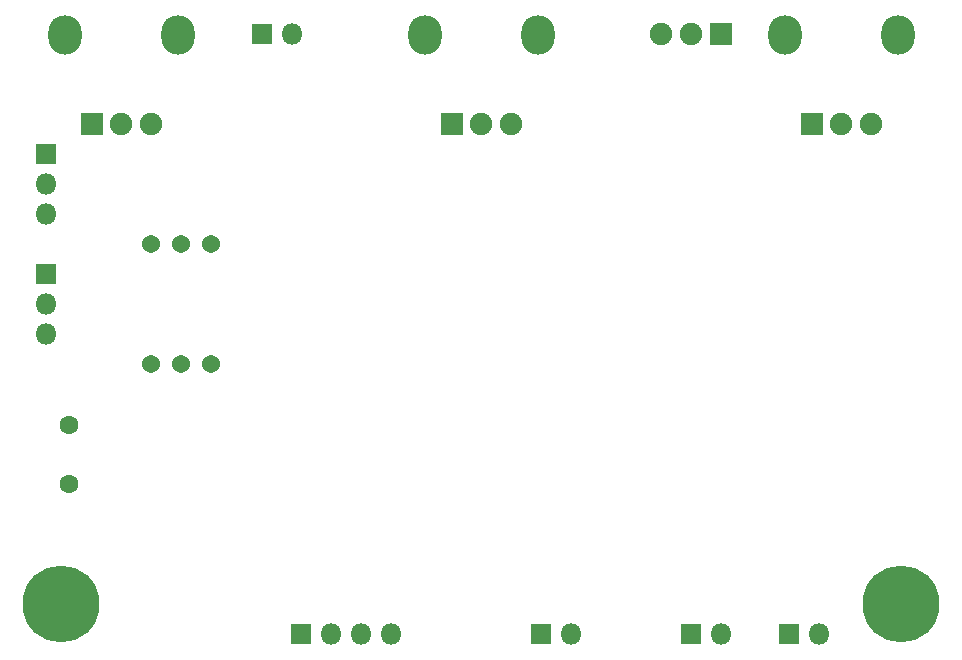
<source format=gbr>
G04 #@! TF.GenerationSoftware,KiCad,Pcbnew,5.1.6-c6e7f7d~87~ubuntu18.04.1*
G04 #@! TF.CreationDate,2020-11-08T10:49:43-05:00*
G04 #@! TF.ProjectId,bit_crusher_pedal,6269745f-6372-4757-9368-65725f706564,1*
G04 #@! TF.SameCoordinates,Original*
G04 #@! TF.FileFunction,Soldermask,Top*
G04 #@! TF.FilePolarity,Negative*
%FSLAX46Y46*%
G04 Gerber Fmt 4.6, Leading zero omitted, Abs format (unit mm)*
G04 Created by KiCad (PCBNEW 5.1.6-c6e7f7d~87~ubuntu18.04.1) date 2020-11-08 10:49:43*
%MOMM*%
%LPD*%
G01*
G04 APERTURE LIST*
%ADD10C,1.540000*%
%ADD11O,1.800000X1.800000*%
%ADD12R,1.800000X1.800000*%
%ADD13C,0.900000*%
%ADD14C,6.500000*%
%ADD15C,1.600000*%
%ADD16O,2.820000X3.340000*%
%ADD17C,1.900000*%
%ADD18R,1.900000X1.900000*%
G04 APERTURE END LIST*
D10*
X88900000Y-86360000D03*
X91440000Y-86360000D03*
X93980000Y-86360000D03*
X88900000Y-76200000D03*
X91440000Y-76200000D03*
X93980000Y-76200000D03*
D11*
X124460000Y-109220000D03*
D12*
X121920000Y-109220000D03*
D13*
X154097056Y-104982944D03*
X152400000Y-104280000D03*
X150702944Y-104982944D03*
X150000000Y-106680000D03*
X150702944Y-108377056D03*
X152400000Y-109080000D03*
X154097056Y-108377056D03*
X154800000Y-106680000D03*
D14*
X152400000Y-106680000D03*
D13*
X82977056Y-104982944D03*
X81280000Y-104280000D03*
X79582944Y-104982944D03*
X78880000Y-106680000D03*
X79582944Y-108377056D03*
X81280000Y-109080000D03*
X82977056Y-108377056D03*
X83680000Y-106680000D03*
D14*
X81280000Y-106680000D03*
D15*
X81915000Y-91520000D03*
X81915000Y-96520000D03*
D16*
X112040000Y-58540000D03*
X121640000Y-58540000D03*
D17*
X119340000Y-66040000D03*
X116840000Y-66040000D03*
D18*
X114340000Y-66040000D03*
D16*
X81560000Y-58540000D03*
X91160000Y-58540000D03*
D17*
X88860000Y-66040000D03*
X86360000Y-66040000D03*
D18*
X83860000Y-66040000D03*
D16*
X142520000Y-58540000D03*
X152120000Y-58540000D03*
D17*
X149820000Y-66040000D03*
X147320000Y-66040000D03*
D18*
X144820000Y-66040000D03*
D11*
X80010000Y-83820000D03*
X80010000Y-81280000D03*
D12*
X80010000Y-78740000D03*
D11*
X80010000Y-73660000D03*
X80010000Y-71120000D03*
D12*
X80010000Y-68580000D03*
D11*
X100838000Y-58420000D03*
D12*
X98298000Y-58420000D03*
D11*
X109220000Y-109220000D03*
X106680000Y-109220000D03*
X104140000Y-109220000D03*
D12*
X101600000Y-109220000D03*
D11*
X137160000Y-109220000D03*
D12*
X134620000Y-109220000D03*
D11*
X145415000Y-109220000D03*
D12*
X142875000Y-109220000D03*
D17*
X132080000Y-58420000D03*
X134620000Y-58420000D03*
D18*
X137160000Y-58420000D03*
M02*

</source>
